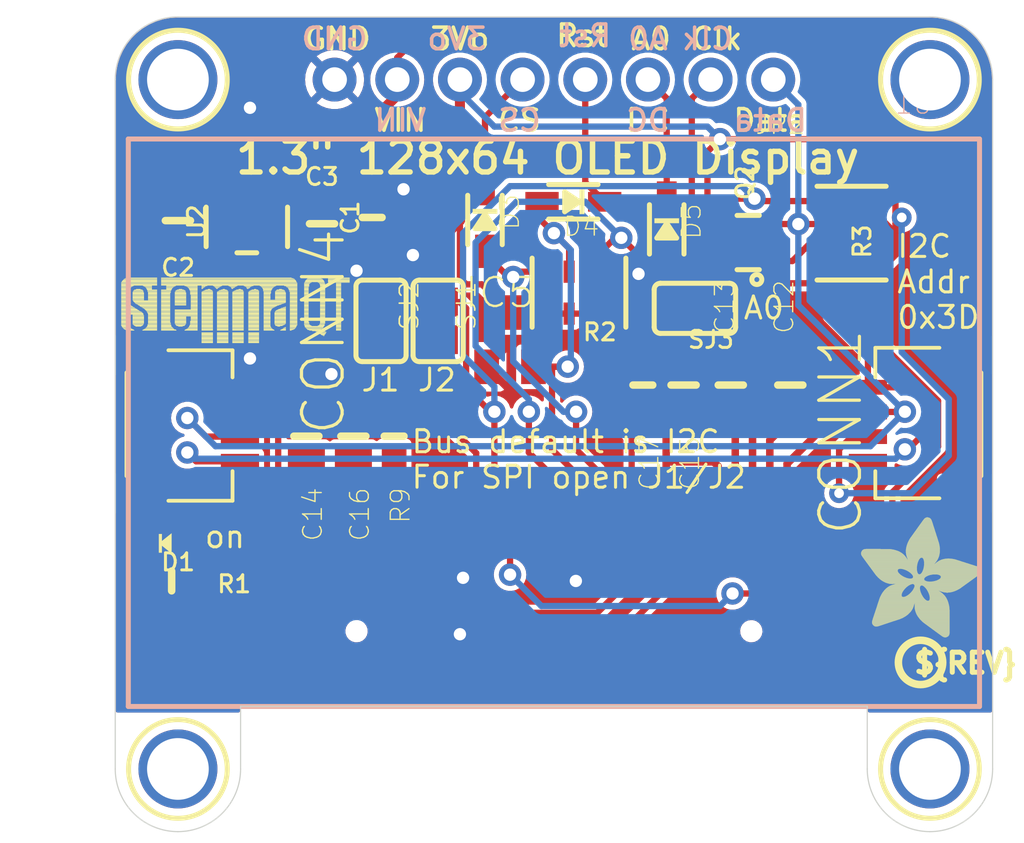
<source format=kicad_pcb>
(kicad_pcb (version 20221018) (generator pcbnew)
  (layers (0 "F.Cu" signal) (31 "B.Cu" signal) (34 "B.Paste" user) (35 "F.Paste" user) (36 "B.SilkS" user "B.Silkscreen") (37 "F.SilkS" user "F.Silkscreen") (38 "B.Mask" user) (39 "F.Mask" user) (44 "Edge.Cuts" user))
  (net 0 "")
  (net 1 "GND")
  (net 2 "SDA")
  (net 3 "SCL")
  (net 4 "3.3V")
  (net 5 "VCC")
  (net 6 "N$2")
  (net 7 "D0/SCLK/SCK_3.3V")
  (net 8 "D1/MOSI/SDA1_3.3V")
  (net 9 "N$9")
  (net 10 "CS_3.3V")
  (net 11 "RST_3.3V")
  (net 12 "DC/SA0_3.3V")
  (net 13 "CS_5.0V")
  (net 14 "RST_5.0V")
  (net 15 "DC/SA0_5.0V")
  (net 16 "N$10")
  (net 17 "N$11")
  (net 18 "N$12")
  (net 19 "N$13")
  (net 20 "N$14")
  (net 21 "N$15")
  (net 22 "N$16")
  (net 23 "N$17")
  (footprint "working:RESPACK_4X0603" (layer "F.Cu") (at 149.5171 99.6696 180)
    (fp_text reference "R2")
    (fp_text value "10K")
  )
  (footprint "working:0805-NO" (layer "F.Cu") (at 138.4681 105.4862 -90)
    (fp_text reference "C14")
    (fp_text value "10uF")
  )
  (footprint "working:JST_SH4" (layer "F.Cu") (at 133.2611 105.0036 -90)
    (fp_text reference "CONN4")
    (fp_text value "STEMMA_I2C_QT" hide)
  )
  (footprint "working:MOUNTINGHOLE_2.5_PLATED" (layer "F.Cu") (at 163.7411 91.0336)
    (fp_text reference "U$17" hide)
    (fp_text value "MOUNTINGHOLE2.5" hide)
  )
  (footprint "working:SOD-323" (layer "F.Cu") (at 153.0731 97.1042 -90)
    (fp_text reference "D5")
    (fp_text value "1N4148")
  )
  (footprint "working:SOLDERJUMPER_CLOSEDWIRE" (layer "F.Cu") (at 141.4935 100.8126 -90)
    (fp_text reference "SJ2")
    (fp_text value "")
  )
  (footprint "working:MOUNTINGHOLE_2.5_PLATED" (layer "F.Cu") (at 163.7411 118.9736)
    (fp_text reference "U$21" hide)
    (fp_text value "MOUNTINGHOLE2.5" hide)
  )
  (footprint "working:SOLDERJUMPER_CLOSEDWIRE" (layer "F.Cu") (at 143.8087 100.8126 -90)
    (fp_text reference "SJ1")
    (fp_text value "")
  )
  (footprint "working:0805-NO" (layer "F.Cu") (at 155.6695 103.4136 90)
    (fp_text reference "C13")
    (fp_text value "2.2uF")
  )
  (footprint "working:PCBFEAT-REV-040" (layer "F.Cu") (at 163.3601 114.6556)
    (fp_text reference "U$25" hide)
    (fp_text value "" hide)
  )
  (footprint "working:SOT23-5" (layer "F.Cu") (at 136.0551 97.0026 180)
    (fp_text reference "U2")
    (fp_text value "AP2112K-3.3")
  )
  (footprint "working:1X08_ROUND_70" (layer "F.Cu") (at 148.5011 91.0336 180)
    (fp_text reference "JP2")
    (fp_text value "")
  )
  (footprint "working:0805-NO" (layer "F.Cu") (at 139.1031 96.8756 90)
    (fp_text reference "C3")
    (fp_text value "10uF")
  )
  (footprint "working:RESPACK_4X0603" (layer "F.Cu") (at 160.5661 97.2566 90)
    (fp_text reference "R3")
    (fp_text value "10K")
  )
  (footprint "working:MOUNTINGHOLE_2.5_PLATED" (layer "F.Cu") (at 133.2611 91.0336)
    (fp_text reference "U$1" hide)
    (fp_text value "MOUNTINGHOLE2.5" hide)
  )
  (footprint "working:SOT23" (layer "F.Cu") (at 146.7231 101.5746)
    (fp_text reference "IC5")
    (fp_text value "APX803")
  )
  (footprint "working:0805-NO" (layer "F.Cu") (at 133.2611 96.7486 -90)
    (fp_text reference "C2")
    (fp_text value "10uF")
  )
  (footprint "working:0603-NO" (layer "F.Cu") (at 133.0071 111.3536)
    (fp_text reference "R1")
    (fp_text value "10K")
  )
  (footprint "working:FIDUCIAL_1MM" (layer "F.Cu") (at 164.5031 95.6945)
    (fp_text reference "FID4" hide)
    (fp_text value "FIDUCIAL_1MM" hide)
  )
  (footprint "working:0603-NO" (layer "F.Cu") (at 141.1351 96.6216 90)
    (fp_text reference "C1")
    (fp_text value "0.1uF")
  )
  (footprint "working:0603-NO" (layer "F.Cu") (at 152.1055 103.4136 -90)
    (fp_text reference "C17")
    (fp_text value "1uF")
  )
  (footprint "working:SOT363" (layer "F.Cu") (at 156.3751 97.6376 90)
    (fp_text reference "Q2")
    (fp_text value "BSS138")
  )
  (footprint "working:0805-NO" (layer "F.Cu") (at 140.3731 105.4862 -90)
    (fp_text reference "C16")
    (fp_text value "10uF")
  )
  (footprint "working:ADAFRUIT_5MM" (layer "F.Cu") (at 160.9471 113.6396)
    (fp_text reference "U$8" hide)
    (fp_text value "" hide)
  )
  (footprint "working:CHIPLED_0603_NOOUTLINE" (layer "F.Cu") (at 132.7531 109.8296 90)
    (fp_text reference "D1")
    (fp_text value "GREEN")
  )
  (footprint "working:SOLDERJUMPER_ARROW_NOPASTE" (layer "F.Cu") (at 154.2161 100.3046 180)
    (fp_text reference "SJ3")
    (fp_text value "")
  )
  (footprint "working:MOUNTINGHOLE_2.5_PLATED" (layer "F.Cu") (at 133.2611 118.9736)
    (fp_text reference "U$19" hide)
    (fp_text value "MOUNTINGHOLE2.5" hide)
  )
  (footprint "working:SOD-323" (layer "F.Cu") (at 145.7071 96.7232 -90)
    (fp_text reference "D3")
    (fp_text value "1N4148")
  )
  (footprint "working:0603-NO" (layer "F.Cu") (at 142.0241 105.4862 -90)
    (fp_text reference "R9")
    (fp_text value "390K")
  )
  (footprint "working:0805-NO" (layer "F.Cu") (at 158.0825 103.4136 90)
    (fp_text reference "C12")
    (fp_text value "2.2uF")
  )
  (footprint "working:FIDUCIAL_1MM" (layer "F.Cu") (at 133.0071 113.5761)
    (fp_text reference "FID3" hide)
    (fp_text value "FIDUCIAL_1MM" hide)
  )
  (footprint "working:JST_SH4" (layer "F.Cu") (at 163.7411 105.0036 90)
    (fp_text reference "CONN1")
    (fp_text value "STEMMA_I2C_QT" hide)
  )
  (footprint "working:0805-NO" (layer "F.Cu") (at 153.7565 103.4136 -90)
    (fp_text reference "C15")
    (fp_text value "10uF")
  )
  (footprint "working:SOD-323" (layer "F.Cu") (at 149.2885 95.9866 180)
    (fp_text reference "D4")
    (fp_text value "1N4148")
  )
  (footprint "working:STEMMAQT" (layer "F.Cu") (at 130.9751 101.7016)
    (fp_text reference "U$31" hide)
    (fp_text value "" hide)
  )
  (footprint "working:UG-2864HSWEG01_1.3_WRAPAROUND" (layer "B.Cu") (at 148.5011 108.9406 180)
    (fp_text reference "U1")
    (fp_text value "UG-2864HSWEG01")
  )
  (gr_arc (start 166.2811 118.9736) (mid 165.537151 120.769651) (end 163.7411 121.5136) (stroke (width 0.05)) (layer "Edge.Cuts"))
  (gr_line (start 130.7211 91.0336) (end 130.7211 118.9736) (stroke (width 0.05)) (layer "Edge.Cuts"))
  (gr_arc (start 133.2611 121.5136) (mid 131.465049 120.769651) (end 130.7211 118.9736) (stroke (width 0.05)) (layer "Edge.Cuts"))
  (gr_arc (start 163.7411 121.5136) (mid 161.945049 120.769651) (end 161.2011 118.9736) (stroke (width 0.05)) (layer "Edge.Cuts"))
  (gr_line (start 161.2011 116.4336) (end 161.2011 118.9736) (stroke (width 0.05)) (layer "Edge.Cuts"))
  (gr_arc (start 163.7411 88.4936) (mid 165.537151 89.237549) (end 166.2811 91.0336) (stroke (width 0.05)) (layer "Edge.Cuts"))
  (gr_line (start 135.8011 118.9736) (end 135.8011 116.4336) (stroke (width 0.05)) (layer "Edge.Cuts"))
  (gr_line (start 166.2811 118.9736) (end 166.2811 91.0336) (stroke (width 0.05)) (layer "Edge.Cuts"))
  (gr_arc (start 130.7211 91.0336) (mid 131.465049 89.237549) (end 133.2611 88.4936) (stroke (width 0.05)) (layer "Edge.Cuts"))
  (gr_line (start 135.8011 116.4336) (end 161.2011 116.4336) (stroke (width 0.05)) (layer "Edge.Cuts"))
  (gr_line (start 163.7411 88.4936) (end 133.2611 88.4936) (stroke (width 0.05)) (layer "Edge.Cuts"))
  (gr_arc (start 135.8011 118.9736) (mid 135.057151 120.769651) (end 133.2611 121.5136) (stroke (width 0.05)) (layer "Edge.Cuts"))
  (gr_text "VIN" (at 142.2781 92.6846) (layer "B.SilkS") (effects (font (size 0.87376 0.87376) (thickness 0.14224)) (justify mirror)))
  (gr_text "Rst" (at 149.7711 89.2556) (layer "B.SilkS") (effects (font (size 0.87376 0.87376) (thickness 0.14224)) (justify mirror)))
  (gr_text "A0" (at 152.3111 89.3826) (layer "B.SilkS") (effects (font (size 0.87376 0.87376) (thickness 0.14224)) (justify mirror)))
  (gr_text "Data" (at 157.2641 92.6846) (layer "B.SilkS") (effects (font (size 0.87376 0.87376) (thickness 0.14224)) (justify mirror)))
  (gr_text "Clk" (at 154.7241 89.3826) (layer "B.SilkS") (effects (font (size 0.87376 0.87376) (thickness 0.14224)) (justify mirror)))
  (gr_text "DC" (at 152.3111 92.6846) (layer "B.SilkS") (effects (font (size 0.87376 0.87376) (thickness 0.14224)) (justify mirror)))
  (gr_text "3Vo" (at 144.5641 89.3826) (layer "B.SilkS") (effects (font (size 0.87376 0.87376) (thickness 0.14224)) (justify mirror)))
  (gr_text "GND" (at 139.6111 89.3826) (layer "B.SilkS") (effects (font (size 0.87376 0.87376) (thickness 0.14224)) (justify mirror)))
  (gr_text "CS" (at 147.1041 92.6846) (layer "B.SilkS") (effects (font (size 0.87376 0.87376) (thickness 0.14224)) (justify mirror)))
  (gr_text "J2" (at 142.9131 103.7336) (layer "F.SilkS") (effects (font (size 0.89408 0.89408) (thickness 0.12192)) (justify left bottom)))
  (gr_text "Clk" (at 155.1051 89.3826) (layer "F.SilkS") (effects (font (size 0.87376 0.87376) (thickness 0.14224))))
  (gr_text "A0" (at 156.1211 100.8126) (layer "F.SilkS") (effects (font (size 0.89408 0.89408) (thickness 0.12192)) (justify left bottom)))
  (gr_text "1.3\" 128x64 OLED Display" (at 148.2471 94.2086) (layer "F.SilkS") (effects (font (size 1.25222 1.25222) (thickness 0.22098))))
  (gr_text "CS" (at 147.1041 92.6846) (layer "F.SilkS") (effects (font (size 0.87376 0.87376) (thickness 0.14224))))
  (gr_text "VIN" (at 142.2781 92.6846) (layer "F.SilkS") (effects (font (size 0.87376 0.87376) (thickness 0.14224))))
  (gr_text "DC" (at 152.3111 92.6846) (layer "F.SilkS") (effects (font (size 0.87376 0.87376) (thickness 0.14224))))
  (gr_text "J1" (at 140.6271 103.7336) (layer "F.SilkS") (effects (font (size 0.89408 0.89408) (thickness 0.12192)) (justify left bottom)))
  (gr_text "A0" (at 152.4381 89.3826) (layer "F.SilkS") (effects (font (size 0.87376 0.87376) (thickness 0.14224))))
  (gr_text "Data" (at 157.2641 92.6846) (layer "F.SilkS") (effects (font (size 0.87376 0.87376) (thickness 0.14224))))
  (gr_text "3Vo" (at 144.6911 89.3826) (layer "F.SilkS") (effects (font (size 0.87376 0.87376) (thickness 0.14224))))
  (gr_text "GND" (at 139.7381 89.3826) (layer "F.SilkS") (effects (font (size 0.87376 0.87376) (thickness 0.14224))))
  (gr_text "I2C\nAddr\n0x3D" (at 162.3441 101.1936) (layer "F.SilkS") (effects (font (size 0.89408 0.89408) (thickness 0.12192)) (justify left bottom)))
  (gr_text "on" (at 134.2771 110.0836) (layer "F.SilkS") (effects (font (size 0.89408 0.89408) (thickness 0.12192)) (justify left bottom)))
  (gr_text "Bus default is I2C\nFor SPI open J1/J2" (at 142.6591 107.6706) (layer "F.SilkS") (effects (font (size 0.89408 0.89408) (thickness 0.12192)) (justify left bottom)))
  (gr_text "Rst" (at 149.6441 89.2556) (layer "F.SilkS") (effects (font (size 0.87376 0.87376) (thickness 0.14224))))
  (via (at 136.1821 102.3366) (size 0.9064) (drill 0.5) (layers "F.Cu" "B.Cu") (net 1))
  (via (at 144.6911 113.5126) (size 0.9064) (drill 0.5) (layers "F.Cu" "B.Cu") (net 1))
  (via (at 140.5001 98.7806) (size 0.9064) (drill 0.5) (layers "F.Cu" "B.Cu") (net 1))
  (via (at 142.7861 98.1456) (size 0.9064) (drill 0.5) (layers "F.Cu" "B.Cu") (net 1))
  (via (at 139.4841 102.9716) (size 0.9064) (drill 0.5) (layers "F.Cu" "B.Cu") (net 1))
  (via (at 136.1821 92.1766) (size 0.9064) (drill 0.5) (layers "F.Cu" "B.Cu") (net 1))
  (via (at 142.4051 95.4786) (size 0.9064) (drill 0.5) (layers "F.Cu" "B.Cu") (net 1))
  (via (at 149.3901 111.3536) (size 0.9064) (drill 0.5) (layers "F.Cu" "B.Cu") (net 1))
  (via (at 144.8181 111.2266) (size 0.9064) (drill 0.5) (layers "F.Cu" "B.Cu") (net 1))
  (via (at 151.9301 98.9076) (size 0.9064) (drill 0.5) (layers "F.Cu" "B.Cu") (net 1))
  (segment (start 162.7171 104.5036) (end 162.7251 104.4956) (width 0.254) (layer "F.Cu") (net 2))
  (segment (start 159.6851 96.8876) (end 159.7161 96.8566) (width 0.254) (layer "F.Cu") (net 2))
  (segment (start 134.3961 105.5036) (end 133.6421 104.7496) (width 0.254) (layer "F.Cu") (net 2))
  (segment (start 158.4071 96.8876) (end 157.2751 96.8876) (width 0.254) (layer "F.Cu") (net 2))
  (segment (start 135.7751 105.5036) (end 134.3961 105.5036) (width 0.254) (layer "F.Cu") (net 2))
  (segment (start 158.4071 96.8876) (end 159.6851 96.8876) (width 0.254) (layer "F.Cu") (net 2))
  (segment (start 161.2271 104.5036) (end 162.7171 104.5036) (width 0.254) (layer "F.Cu") (net 2))
  (via (at 133.6421 104.7496) (size 0.9064) (drill 0.5) (layers "F.Cu" "B.Cu") (net 2))
  (via (at 158.4071 96.8876) (size 0.9064) (drill 0.5) (layers "F.Cu" "B.Cu") (net 2))
  (via (at 162.7251 104.4956) (size 0.9064) (drill 0.5) (layers "F.Cu" "B.Cu") (net 2))
  (segment (start 162.7251 104.4956) (end 158.4071 100.1776) (width 0.254) (layer "B.Cu") (net 2))
  (segment (start 158.4071 92.0496) (end 157.3911 91.0336) (width 0.254) (layer "B.Cu") (net 2))
  (segment (start 134.7851 105.8926) (end 161.3281 105.8926) (width 0.254) (layer "B.Cu") (net 2))
  (segment (start 161.3281 105.8926) (end 162.7251 104.4956) (width 0.254) (layer "B.Cu") (net 2))
  (segment (start 158.4071 96.8876) (end 158.4071 92.0496) (width 0.254) (layer "B.Cu") (net 2))
  (segment (start 133.6421 104.7496) (end 134.7851 105.8926) (width 0.254) (layer "B.Cu") (net 2))
  (segment (start 158.4071 100.1776) (end 158.4071 96.8876) (width 0.254) (layer "B.Cu") (net 2))
  (segment (start 155.4751 98.5156) (end 155.4751 98.3876) (width 0.254) (layer "F.Cu") (net 3))
  (segment (start 163.6141 105.2576) (end 163.6141 104.2416) (width 0.254) (layer "F.Cu") (net 3))
  (segment (start 163.6141 104.2416) (end 162.8761 103.5036) (width 0.254) (layer "F.Cu") (net 3))
  (segment (start 135.7751 106.5036) (end 133.9991 106.5036) (width 0.254) (layer "F.Cu") (net 3))
  (segment (start 161.2271 102.1066) (end 159.7161 100.5956) (width 0.254) (layer "F.Cu") (net 3))
  (segment (start 156.2481 99.2886) (end 158.9841 99.2886) (width 0.254) (layer "F.Cu") (net 3))
  (segment (start 159.7161 98.5566) (end 159.7161 100.5956) (width 0.254) (layer "F.Cu") (net 3))
  (segment (start 154.0891 91.7956) (end 154.8511 91.0336) (width 0.254) (layer "F.Cu") (net 3))
  (segment (start 163.6141 105.2576) (end 162.7886 106.0831) (width 0.254) (layer "F.Cu") (net 3))
  (segment (start 133.9991 106.5036) (end 133.6421 106.1466) (width 0.254) (layer "F.Cu") (net 3))
  (segment (start 158.9841 99.2886) (end 159.7161 98.5566) (width 0.254) (layer "F.Cu") (net 3))
  (segment (start 155.4751 98.3876) (end 154.8391 98.3876) (width 0.254) (layer "F.Cu") (net 3))
  (segment (start 162.8761 103.5036) (end 161.2271 103.5036) (width 0.254) (layer "F.Cu") (net 3))
  (segment (start 156.2481 99.2886) (end 155.4751 98.5156) (width 0.254) (layer "F.Cu") (net 3))
  (segment (start 154.8391 98.3876) (end 154.0891 97.6376) (width 0.254) (layer "F.Cu") (net 3))
  (segment (start 162.7251 106.0196) (end 162.7886 106.0831) (width 0.254) (layer "F.Cu") (net 3))
  (segment (start 161.2271 102.1066) (end 161.2271 103.5036) (width 0.254) (layer "F.Cu") (net 3))
  (segment (start 154.0891 97.6376) (end 154.0891 91.7956) (width 0.254) (layer "F.Cu") (net 3))
  (via (at 162.7251 106.0196) (size 0.9064) (drill 0.5) (layers "F.Cu" "B.Cu") (net 3))
  (via (at 133.6421 106.1466) (size 0.9064) (drill 0.5) (layers "F.Cu" "B.Cu") (net 3))
  (segment (start 162.3441 106.4006) (end 162.7251 106.0196) (width 0.254) (layer "B.Cu") (net 3))
  (segment (start 133.6421 106.1466) (end 133.8961 106.4006) (width 0.254) (layer "B.Cu") (net 3))
  (segment (start 162.3441 106.4006) (end 133.8961 106.4006) (width 0.254) (layer "B.Cu") (net 3))
  (segment (start 139.1031 97.8256) (end 138.626 98.3027) (width 0.4064) (layer "F.Cu") (net 4))
  (segment (start 155.1511 106.7006) (end 154.9781 106.5276) (width 0.3048) (layer "F.Cu") (net 4))
  (segment (start 139.3571 97.4716) (end 139.1031 97.7256) (width 0.4064) (layer "F.Cu") (net 4))
  (segment (start 144.6911 96.6216) (end 144.6911 96.7486) (width 0.4064) (layer "F.Cu") (net 4))
  (segment (start 144.9451 99.3316) (end 144.6911 99.0776) (width 0.254) (layer "F.Cu") (net 4))
  (segment (start 154.7241 97.2566) (end 154.7241 93.9546) (width 0.254) (layer "F.Cu") (net 4))
  (segment (start 141.3891 97.4716) (end 141.3891 97.0906) (width 0.4064) (layer "F.Cu") (net 4))
  (segment (start 151.8031 101.3206) (end 151.8031 100.0506) (width 0.254) (layer "F.Cu") (net 4))
  (segment (start 144.6911 99.0776) (end 144.6911 96.6216) (width 0.254) (layer "F.Cu") (net 4))
  (segment (start 150.0823 99.7394) (end 149.8981 99.9236) (width 0.254) (layer "F.Cu") (net 4))
  (segment (start 141.1351 97.4716) (end 139.3571 97.4716) (width 0.4064) (layer "F.Cu") (net 4))
  (segment (start 145.5801 99.3316) (end 144.9451 99.3316) (width 0.254) (layer "F.Cu") (net 4))
  (segment (start 153.0511 108.8136) (end 153.0511 106.5276) (width 0.3048) (layer "F.Cu") (net 4))
  (segment (start 133.5031 109.8296) (end 134.7851 109.8296) (width 0.254) (layer "F.Cu") (net 4))
  (segment (start 148.2171 100.5196) (end 146.7681 100.5196) (width 0.254) (layer "F.Cu") (net 4))
  (segment (start 141.3891 97.4716) (end 141.1351 97.4716) (width 0.4064) (layer "F.Cu") (net 4))
  (segment (start 146.7681 100.5196) (end 146.7231 100.4746) (width 0.254) (layer "F.Cu") (net 4))
  (segment (start 144.3491 97.0906) (end 141.3891 97.0906) (width 0.4064) (layer "F.Cu") (net 4))
  (segment (start 153.0511 106.5276) (end 153.0511 104.869) (width 0.3048) (layer "F.Cu") (net 4))
  (segment (start 150.1521 114.5286) (end 153.0511 111.6296) (width 0.254) (layer "F.Cu") (net 4))
  (segment (start 161.4161 95.9566) (end 158.9061 93.4466) (width 0.254) (layer "F.Cu") (net 4))
  (segment (start 160.9661 97.6566) (end 160.5661 97.2566) (width 0.254) (layer "F.Cu") (net 4))
  (segment (start 157.2751 97.6376) (end 155.4751 97.6376) (width 0.254) (layer "F.Cu") (net 4))
  (segment (start 153.6565 104.2636) (end 153.7565 104.3636) (width 0.4064) (layer "F.Cu") (net 4))
  (segment (start 152.1055 104.2636) (end 153.6565 104.2636) (width 0.4064) (layer "F.Cu") (net 4))
  (segment (start 144.6911 91.0336) (end 144.6911 96.6216) (width 0.4064) (layer "F.Cu") (net 4))
  (segment (start 154.9781 106.5276) (end 153.0511 106.5276) (width 0.3048) (layer "F.Cu") (net 4))
  (segment (start 149.9171 100.5196) (end 149.8981 100.5196) (width 0.254) (layer "F.Cu") (net 4))
  (segment (start 155.4751 97.6376) (end 155.1051 97.6376) (width 0.254) (layer "F.Cu") (net 4))
  (segment (start 151.1681 101.9556) (end 151.8031 101.3206) (width 0.254) (layer "F.Cu") (net 4))
  (segment (start 155.1051 97.6376) (end 154.7241 97.2566) (width 0.254) (layer "F.Cu") (net 4))
  (segment (start 149.8981 99.9236) (end 149.8981 100.5196) (width 0.254) (layer "F.Cu") (net 4))
  (segment (start 151.1681 104.1146) (end 151.1681 101.9556) (width 0.254) (layer "F.Cu") (net 4))
  (segment (start 149.1171 100.5196) (end 148.2171 100.5196) (width 0.254) (layer "F.Cu") (net 4))
  (segment (start 153.0511 111.6296) (end 153.0511 108.8136) (width 0.254) (layer "F.Cu") (net 4))
  (segment (start 138.626 98.3027) (end 137.0051 98.3027) (width 0.4064) (layer "F.Cu") (net 4))
  (segment (start 154.7241 93.9546) (end 155.2321 93.4466) (width 0.254) (layer "F.Cu") (net 4))
  (segment (start 141.3891 99.9462) (end 141.3891 97.4716) (width 0.4064) (layer "F.Cu") (net 4))
  (segment (start 161.4161 97.6566) (end 160.9661 97.6566) (width 0.254) (layer "F.Cu") (net 4))
  (segment (start 153.0511 109.1406) (end 153.0511 108.8136) (width 0.3048) (layer "F.Cu") (net 4))
  (segment (start 158.9061 93.4466) (end 155.2321 93.4466) (width 0.254) (layer "F.Cu") (net 4))
  (segment (start 160.9771 95.9566) (end 161.4161 95.9566) (width 0.254) (layer "F.Cu") (net 4))
  (segment (start 151.4919 99.7394) (end 150.0823 99.7394) (width 0.254) (layer "F.Cu") (net 4))
  (segment (start 146.7231 100.4746) (end 145.5801 99.3316) (width 0.254) (layer "F.Cu") (net 4))
  (segment (start 139.1031 97.7256) (end 139.1031 97.8256) (width 0.4064) (layer "F.Cu") (net 4))
  (segment (start 141.4935 100.0506) (end 141.3891 99.9462) (width 0.4064) (layer "F.Cu") (net 4))
  (segment (start 139.4841 114.5286) (end 150.1521 114.5286) (width 0.254) (layer "F.Cu") (net 4))
  (segment (start 149.8981 100.5196) (end 149.1171 100.5196) (width 0.254) (layer "F.Cu") (net 4))
  (segment (start 144.6911 96.7486) (end 144.3491 97.0906) (width 0.4064) (layer "F.Cu") (net 4))
  (segment (start 151.8031 100.0506) (end 151.4919 99.7394) (width 0.254) (layer "F.Cu") (net 4))
  (segment (start 151.3171 104.2636) (end 151.1681 104.1146) (width 0.254) (layer "F.Cu") (net 4))
  (segment (start 153.0511 104.869) (end 153.6565 104.2636) (width 0.3048) (layer "F.Cu") (net 4))
  (segment (start 134.7851 109.8296) (end 139.4841 114.5286) (width 0.254) (layer "F.Cu") (net 4))
  (segment (start 160.5661 97.2566) (end 160.5661 96.3676) (width 0.254) (layer "F.Cu") (net 4))
  (segment (start 155.1511 109.1406) (end 155.1511 106.7006) (width 0.3048) (layer "F.Cu") (net 4))
  (segment (start 152.1055 104.2636) (end 151.3171 104.2636) (width 0.254) (layer "F.Cu") (net 4))
  (segment (start 160.5661 96.3676) (end 160.9771 95.9566) (width 0.254) (layer "F.Cu") (net 4))
  (via (at 155.2321 93.4466) (size 0.9064) (drill 0.5) (layers "F.Cu" "B.Cu") (net 4))
  (segment (start 146.0881 92.9386) (end 144.6911 91.5416) (width 0.254) (layer "B.Cu") (net 4))
  (segment (start 154.7241 92.9386) (end 146.0881 92.9386) (width 0.254) (layer "B.Cu") (net 4))
  (segment (start 155.2321 93.4466) (end 154.7241 92.9386) (width 0.254) (layer "B.Cu") (net 4))
  (segment (start 144.6911 91.5416) (end 144.6911 91.0336) (width 0.254) (layer "B.Cu") (net 4))
  (segment (start 131.9911 98.7806) (end 133.8961 100.6856) (width 0.4064) (layer "F.Cu") (net 5))
  (segment (start 135.1051 95.7025) (end 133.3572 95.7025) (width 0.4064) (layer "F.Cu") (net 5))
  (segment (start 131.9911 96.2406) (end 132.4331 95.7986) (width 0.4064) (layer "F.Cu") (net 5))
  (segment (start 161.4161 96.8566) (end 161.9441 96.8566) (width 0.254) (layer "F.Cu") (net 5))
  (segment (start 137.0051 93.8936) (end 137.5791 93.3196) (width 0.4064) (layer "F.Cu") (net 5))
  (segment (start 160.5741 105.5036) (end 161.2271 105.5036) (width 0.254) (layer "F.Cu") (net 5))
  (segment (start 135.4201 96.7486) (end 136.5631 96.7486) (width 0.4064) (layer "F.Cu") (net 5))
  (segment (start 137.0051 96.3066) (end 137.0051 95.7025) (width 0.4064) (layer "F.Cu") (net 5))
  (segment (start 142.1511 91.0336) (end 142.1511 90.1446) (width 0.254) (layer "F.Cu") (net 5))
  (segment (start 135.1051 95.7025) (end 135.1051 96.4336) (width 0.4064) (layer "F.Cu") (net 5))
  (segment (start 162.3441 97.2566) (end 162.3441 98.1456) (width 0.254) (layer "F.Cu") (net 5))
  (segment (start 158.0261 89.7636) (end 162.3441 94.0816) (width 0.254) (layer "F.Cu") (net 5))
  (segment (start 161.9441 96.8566) (end 162.3441 97.2566) (width 0.254) (layer "F.Cu") (net 5))
  (segment (start 137.0051 95.7025) (end 137.0051 93.8936) (width 0.4064) (layer "F.Cu") (net 5))
  (segment (start 131.9911 96.2406) (end 131.9911 98.7806) (width 0.4064) (layer "F.Cu") (net 5))
  (segment (start 142.1511 91.6686) (end 142.1511 91.0336) (width 0.4064) (layer "F.Cu") (net 5))
  (segment (start 135.1051 96.4336) (end 135.4201 96.7486) (width 0.4064) (layer "F.Cu") (net 5))
  (segment (start 162.4711 96.7486) (end 162.5981 96.6216) (width 0.254) (layer "F.Cu") (net 5))
  (segment (start 162.3441 96.8756) (end 162.4711 96.7486) (width 0.254) (layer "F.Cu") (net 5))
  (segment (start 161.9331 98.5566) (end 161.4161 98.5566) (width 0.254) (layer "F.Cu") (net 5))
  (segment (start 160.0581 106.0196) (end 160.5741 105.5036) (width 0.254) (layer "F.Cu") (net 5))
  (segment (start 136.5631 96.7486) (end 137.0051 96.3066) (width 0.4064) (layer "F.Cu") (net 5))
  (segment (start 162.3441 98.1456) (end 161.9331 98.5566) (width 0.254) (layer "F.Cu") (net 5))
  (segment (start 133.2611 95.7986) (end 133.3572 95.7025) (width 0.4064) (layer "F.Cu") (net 5))
  (segment (start 162.3441 97.2566) (end 162.3441 96.8756) (width 0.254) (layer "F.Cu") (net 5))
  (segment (start 142.5321 89.7636) (end 158.0261 89.7636) (width 0.254) (layer "F.Cu") (net 5))
  (segment (start 132.4331 95.7986) (end 133.2611 95.7986) (width 0.4064) (layer "F.Cu") (net 5))
  (segment (start 142.1511 90.1446) (end 142.5321 89.7636) (width 0.254) (layer "F.Cu") (net 5))
  (segment (start 140.5001 93.3196) (end 142.1511 91.6686) (width 0.4064) (layer "F.Cu") (net 5))
  (segment (start 162.4711 96.7486) (end 162.3441 96.7486) (width 0.254) (layer "F.Cu") (net 5))
  (segment (start 133.8961 100.6856) (end 133.8961 103.7336) (width 0.4064) (layer "F.Cu") (net 5))
  (segment (start 137.5791 93.3196) (end 140.5001 93.3196) (width 0.4064) (layer "F.Cu") (net 5))
  (segment (start 160.0581 107.7976) (end 160.0581 106.0196) (width 0.254) (layer "F.Cu") (net 5))
  (segment (start 133.8961 103.7336) (end 134.6661 104.5036) (width 0.4064) (layer "F.Cu") (net 5))
  (segment (start 134.6661 104.5036) (end 135.7751 104.5036) (width 0.4064) (layer "F.Cu") (net 5))
  (segment (start 162.3441 94.0816) (end 162.3441 96.7486) (width 0.254) (layer "F.Cu") (net 5))
  (via (at 162.5981 96.6216) (size 0.8001) (drill 0.3937) (layers "F.Cu" "B.Cu") (net 5))
  (via (at 160.0581 107.7976) (size 0.8001) (drill 0.3937) (layers "F.Cu" "B.Cu") (net 5))
  (segment (start 164.5031 103.9876) (end 164.5031 106.2736) (width 0.254) (layer "B.Cu") (net 5))
  (segment (start 162.5981 96.6216) (end 162.5981 102.0826) (width 0.254) (layer "B.Cu") (net 5))
  (segment (start 162.9791 107.7976) (end 160.0581 107.7976) (width 0.254) (layer "B.Cu") (net 5))
  (segment (start 164.5031 106.2736) (end 162.9791 107.7976) (width 0.254) (layer "B.Cu") (net 5))
  (segment (start 162.5981 102.0826) (end 164.5031 103.9876) (width 0.254) (layer "B.Cu") (net 5))
  (segment (start 132.1571 111.3536) (end 132.0031 111.1996) (width 0.254) (layer "F.Cu") (net 6))
  (segment (start 132.0031 111.1996) (end 132.0031 109.8296) (width 0.254) (layer "F.Cu") (net 6))
  (segment (start 160.6359 98.334425) (end 160.6359 100.616819) (width 0.254) (layer "F.Cu") (net 7))
  (segment (start 162.2171 107.7625) (end 162.2171 108.6866) (width 0.254) (layer "F.Cu") (net 7))
  (segment (start 159.7161 97.6566) (end 159.958075 97.6566) (width 0.254) (layer "F.Cu") (net 7))
  (segment (start 158.9151 97.6376) (end 159.6971 97.6376) (width 0.254) (layer "F.Cu") (net 7))
  (segment (start 157.2751 98.3876) (end 158.1651 98.3876) (width 0.254) (layer "F.Cu") (net 7))
  (segment (start 162.2171 108.6866) (end 159.0421 111.8616) (width 0.254) (layer "F.Cu") (net 7))
  (segment (start 146.7231 111.0996) (end 146.7231 109.1686) (width 0.254) (layer "F.Cu") (net 7))
  (segment (start 159.0421 111.8616) (end 155.7401 111.8616) (width 0.254) (layer "F.Cu") (net 7))
  (segment (start 164.0713 105.9083) (end 162.2171 107.7625) (width 0.254) (layer "F.Cu") (net 7))
  (segment (start 158.1651 98.3876) (end 158.9151 97.6376) (width 0.254) (layer "F.Cu") (net 7))
  (segment (start 160.6359 100.616819) (end 164.0713 104.052219) (width 0.254) (layer "F.Cu") (net 7))
  (segment (start 159.958075 97.6566) (end 160.6359 98.334425) (width 0.254) (layer "F.Cu") (net 7))
  (segment (start 159.6971 97.6376) (end 159.7161 97.6566) (width 0.254) (layer "F.Cu") (net 7))
  (segment (start 164.0713 104.052219) (end 164.0713 105.9083) (width 0.254) (layer "F.Cu") (net 7))
  (segment (start 146.7231 109.1686) (end 146.7511 109.1406) (width 0.254) (layer "F.Cu") (net 7))
  (via (at 155.7401 111.8616) (size 0.9064) (drill 0.5) (layers "F.Cu" "B.Cu") (net 7))
  (via (at 146.7231 111.0996) (size 0.9064) (drill 0.5) (layers "F.Cu" "B.Cu") (net 7))
  (segment (start 155.2321 112.3696) (end 147.9931 112.3696) (width 0.254) (layer "B.Cu") (net 7))
  (segment (start 155.7401 111.8616) (end 155.2321 112.3696) (width 0.254) (layer "B.Cu") (net 7))
  (segment (start 147.9931 112.3696) (end 146.7231 111.0996) (width 0.254) (layer "B.Cu") (net 7))
  (segment (start 144.9429 100.3024) (end 144.9429 103.511375) (width 0.254) (layer "F.Cu") (net 8))
  (segment (start 155.4751 96.1246) (end 155.7401 95.8596) (width 0.254) (layer "F.Cu") (net 8))
  (segment (start 146.0881 109.1036) (end 146.0511 109.1406) (width 0.254) (layer "F.Cu") (net 8))
  (segment (start 146.0881 104.4956) (end 146.0881 104.656575) (width 0.254) (layer "F.Cu") (net 8))
  (segment (start 159.7161 95.9566) (end 156.7261 95.9566) (width 0.254) (layer "F.Cu") (net 8))
  (segment (start 155.4751 96.8876) (end 155.4751 96.1246) (width 0.254) (layer "F.Cu") (net 8))
  (segment (start 156.7261 95.9566) (end 156.6291 95.8596) (width 0.254) (layer "F.Cu") (net 8))
  (segment (start 146.0881 104.656575) (end 146.0881 109.1036) (width 0.254) (layer "F.Cu") (net 8))
  (segment (start 144.6911 100.0506) (end 144.9429 100.3024) (width 0.254) (layer "F.Cu") (net 8))
  (segment (start 143.8087 100.0506) (end 144.6911 100.0506) (width 0.254) (layer "F.Cu") (net 8))
  (segment (start 144.9429 103.511375) (end 146.0881 104.656575) (width 0.254) (layer "F.Cu") (net 8))
  (segment (start 155.7401 95.8596) (end 156.6291 95.8596) (width 0.254) (layer "F.Cu") (net 8))
  (via (at 156.6291 95.8596) (size 0.9064) (drill 0.5) (layers "F.Cu" "B.Cu") (net 8))
  (via (at 146.0881 104.4956) (size 0.9064) (drill 0.5) (layers "F.Cu" "B.Cu") (net 8))
  (segment (start 146.0881 103.4796) (end 146.0881 104.4956) (width 0.254) (layer "B.Cu") (net 8))
  (segment (start 156.6291 95.8596) (end 156.1211 95.3516) (width 0.254) (layer "B.Cu") (net 8))
  (segment (start 144.8181 102.2096) (end 146.0881 103.4796) (width 0.254) (layer "B.Cu") (net 8))
  (segment (start 156.1211 95.3516) (end 146.7231 95.3516) (width 0.254) (layer "B.Cu") (net 8))
  (segment (start 144.8181 97.2566) (end 144.8181 102.2096) (width 0.254) (layer "B.Cu") (net 8))
  (segment (start 146.7231 95.3516) (end 144.8181 97.2566) (width 0.254) (layer "B.Cu") (net 8))
  (segment (start 150.6901 104.5256) (end 151.6511 105.4866) (width 0.254) (layer "F.Cu") (net 9))
  (segment (start 151.6761 111.2266) (end 151.6761 109.1656) (width 0.254) (layer "F.Cu") (net 9))
  (segment (start 151.6511 105.4866) (end 151.6511 109.1406) (width 0.254) (layer "F.Cu") (net 9))
  (segment (start 150.6901 101.6626) (end 150.6901 104.5256) (width 0.254) (layer "F.Cu") (net 9))
  (segment (start 151.6761 109.1656) (end 151.6511 109.1406) (width 0.254) (layer "F.Cu") (net 9))
  (segment (start 150.8171 101.5356) (end 150.6901 101.6626) (width 0.254) (layer "F.Cu") (net 9))
  (segment (start 139.2515 112.645) (end 150.2577 112.645) (width 0.254) (layer "F.Cu") (net 9))
  (segment (start 150.2577 112.645) (end 151.6761 111.2266) (width 0.254) (layer "F.Cu") (net 9))
  (segment (start 150.8171 100.5196) (end 150.8171 101.5356) (width 0.254) (layer "F.Cu") (net 9))
  (segment (start 139.1031 101.5746) (end 137.3251 103.3526) (width 0.254) (layer "F.Cu") (net 9))
  (segment (start 137.3251 110.7186) (end 139.2515 112.645) (width 0.254) (layer "F.Cu") (net 9))
  (segment (start 137.3251 103.3526) (end 137.3251 110.7186) (width 0.254) (layer "F.Cu") (net 9))
  (segment (start 141.4935 101.5746) (end 139.1031 101.5746) (width 0.254) (layer "F.Cu") (net 9))
  (segment (start 150.2511 106.872) (end 150.2511 109.1406) (width 0.254) (layer "F.Cu") (net 10))
  (segment (start 149.3987 104.4956) (end 149.3987 106.0196) (width 0.254) (layer "F.Cu") (net 10))
  (segment (start 150.2511 106.872) (end 149.3987 106.0196) (width 0.254) (layer "F.Cu") (net 10))
  (segment (start 146.6541 99.0346) (end 145.7071 98.0876) (width 0.254) (layer "F.Cu") (net 10))
  (segment (start 147.0651 98.8196) (end 146.8501 99.0346) (width 0.254) (layer "F.Cu") (net 10))
  (segment (start 147.0651 98.8196) (end 148.2171 98.8196) (width 0.254) (layer "F.Cu") (net 10))
  (segment (start 145.7071 98.0876) (end 145.7071 97.9932) (width 0.254) (layer "F.Cu") (net 10))
  (segment (start 146.8501 99.0346) (end 146.6541 99.0346) (width 0.254) (layer "F.Cu") (net 10))
  (via (at 149.3987 104.4956) (size 0.9064) (drill 0.5) (layers "F.Cu" "B.Cu") (net 10))
  (via (at 146.8501 99.0346) (size 0.9064) (drill 0.5) (layers "F.Cu" "B.Cu") (net 10))
  (segment (start 149.3987 104.4956) (end 148.8907 104.4956) (width 0.254) (layer "B.Cu") (net 10))
  (segment (start 148.8907 104.4956) (end 146.8501 102.455) (width 0.254) (layer "B.Cu") (net 10))
  (segment (start 146.8501 99.0346) (end 146.8501 102.455) (width 0.254) (layer "B.Cu") (net 10))
  (segment (start 148.42435 102.66735) (end 148.42435 106.02615) (width 0.254) (layer "F.Cu") (net 11))
  (segment (start 147.6731 102.6746) (end 149.0521 102.6746) (width 0.254) (layer "F.Cu") (net 11))
  (segment (start 149.0521 102.6746) (end 149.05935 102.66735) (width 0.254) (layer "F.Cu") (net 11))
  (segment (start 148.42435 102.66735) (end 149.05935 102.66735) (width 0.254) (layer "F.Cu") (net 11))
  (segment (start 148.0185 95.9866) (end 148.0185 96.774) (width 0.254) (layer "F.Cu") (net 11))
  (segment (start 148.5011 97.2566) (end 149.1171 97.8726) (width 0.254) (layer "F.Cu") (net 11))
  (segment (start 149.1171 97.8726) (end 149.1171 98.8196) (width 0.254) (layer "F.Cu") (net 11))
  (segment (start 148.5011 97.2566) (end 148.0185 96.774) (width 0.254) (layer "F.Cu") (net 11))
  (segment (start 149.5511 109.1406) (end 149.5511 107.1529) (width 0.254) (layer "F.Cu") (net 11))
  (segment (start 149.5511 107.1529) (end 148.42435 106.02615) (width 0.254) (layer "F.Cu") (net 11))
  (via (at 149.05935 102.66735) (size 0.9064) (drill 0.5) (layers "F.Cu" "B.Cu") (net 11))
  (via (at 148.5011 97.2566) (size 0.9064) (drill 0.5) (layers "F.Cu" "B.Cu") (net 11))
  (segment (start 149.18635 102.54035) (end 149.05935 102.66735) (width 0.254) (layer "B.Cu") (net 11))
  (segment (start 149.18635 97.94185) (end 149.18635 102.54035) (width 0.254) (layer "B.Cu") (net 11))
  (segment (start 148.5011 97.2566) (end 149.18635 97.94185) (width 0.254) (layer "B.Cu") (net 11))
  (segment (start 151.7777 97.9932) (end 151.2316 97.4471) (width 0.254) (layer "F.Cu") (net 12))
  (segment (start 153.0731 98.3742) (end 152.6921 97.9932) (width 0.254) (layer "F.Cu") (net 12))
  (segment (start 149.9171 98.8196) (end 149.9171 98.5076) (width 0.254) (layer "F.Cu") (net 12))
  (segment (start 147.4851 104.4956) (end 147.4851 106.1466) (width 0.254) (layer "F.Cu") (net 12))
  (segment (start 151.2316 97.4471) (end 151.1046 97.3201) (width 0.254) (layer "F.Cu") (net 12))
  (segment (start 151.1046 97.3201) (end 149.9171 98.5076) (width 0.254) (layer "F.Cu") (net 12))
  (segment (start 153.2001 98.5012) (end 153.2001 100.3046) (width 0.254) (layer "F.Cu") (net 12))
  (segment (start 148.8511 107.5126) (end 147.4851 106.1466) (width 0.254) (layer "F.Cu") (net 12))
  (segment (start 152.6921 97.9932) (end 151.7777 97.9932) (width 0.254) (layer "F.Cu") (net 12))
  (segment (start 148.8511 107.5126) (end 148.8511 109.1406) (width 0.254) (layer "F.Cu") (net 12))
  (segment (start 153.0731 98.3742) (end 153.2001 98.5012) (width 0.254) (layer "F.Cu") (net 12))
  (via (at 147.4851 104.4956) (size 0.9064) (drill 0.5) (layers "F.Cu" "B.Cu") (net 12))
  (via (at 151.2316 97.4471) (size 0.9064) (drill 0.5) (layers "F.Cu" "B.Cu") (net 12))
  (segment (start 151.2316 97.4471) (end 149.7711 95.9866) (width 0.254) (layer "B.Cu") (net 12))
  (segment (start 147.4851 103.9876) (end 145.3261 101.8286) (width 0.254) (layer "B.Cu") (net 12))
  (segment (start 149.7711 95.9866) (end 146.9771 95.9866) (width 0.254) (layer "B.Cu") (net 12))
  (segment (start 146.9771 95.9866) (end 145.3261 97.6376) (width 0.254) (layer "B.Cu") (net 12))
  (segment (start 147.4851 103.9876) (end 147.4851 104.4956) (width 0.254) (layer "B.Cu") (net 12))
  (segment (start 145.3261 97.6376) (end 145.3261 101.8286) (width 0.254) (layer "B.Cu") (net 12))
  (segment (start 147.2311 91.0336) (end 145.7071 92.5576) (width 0.254) (layer "F.Cu") (net 13))
  (segment (start 145.7071 92.5576) (end 145.7071 95.4532) (width 0.254) (layer "F.Cu") (net 13))
  (segment (start 149.7711 91.0336) (end 149.7711 95.1992) (width 0.254) (layer "F.Cu") (net 14))
  (segment (start 149.7711 95.1992) (end 150.5585 95.9866) (width 0.254) (layer "F.Cu") (net 14))
  (segment (start 153.0731 91.7956) (end 153.0731 95.8342) (width 0.254) (layer "F.Cu") (net 15))
  (segment (start 153.0731 91.7956) (end 152.3111 91.0336) (width 0.254) (layer "F.Cu") (net 15))
  (segment (start 142.0241 106.9086) (end 142.0241 106.3362) (width 0.254) (layer "F.Cu") (net 16))
  (segment (start 141.1511 107.7816) (end 142.0241 106.9086) (width 0.254) (layer "F.Cu") (net 16))
  (segment (start 141.1511 109.1406) (end 141.1511 107.7816) (width 0.254) (layer "F.Cu") (net 16))
  (segment (start 159.1691 102.4636) (end 158.0825 102.4636) (width 0.3048) (layer "F.Cu") (net 17))
  (segment (start 157.9511 106.6026) (end 159.4231 105.1306) (width 0.3048) (layer "F.Cu") (net 17))
  (segment (start 157.9511 109.1406) (end 157.9511 106.6026) (width 0.3048) (layer "F.Cu") (net 17))
  (segment (start 159.4231 102.7176) (end 159.1691 102.4636) (width 0.3048) (layer "F.Cu") (net 17))
  (segment (start 159.4231 105.1306) (end 159.4231 102.7176) (width 0.3048) (layer "F.Cu") (net 17))
  (segment (start 157.2511 105.6516) (end 158.0825 104.8202) (width 0.3048) (layer "F.Cu") (net 18))
  (segment (start 158.0825 104.8202) (end 158.0825 104.3636) (width 0.3048) (layer "F.Cu") (net 18))
  (segment (start 157.2511 109.1406) (end 157.2511 105.6516) (width 0.3048) (layer "F.Cu") (net 18))
  (segment (start 156.5511 109.1406) (end 156.5511 105.4626) (width 0.3048) (layer "F.Cu") (net 19))
  (segment (start 156.8831 103.0986) (end 156.2481 102.4636) (width 0.3048) (layer "F.Cu") (net 19))
  (segment (start 156.8831 105.1306) (end 156.8831 103.0986) (width 0.3048) (layer "F.Cu") (net 19))
  (segment (start 156.2481 102.4636) (end 155.6695 102.4636) (width 0.3048) (layer "F.Cu") (net 19))
  (segment (start 156.5511 105.4626) (end 156.8831 105.1306) (width 0.3048) (layer "F.Cu") (net 19))
  (segment (start 155.8511 104.5452) (end 155.6695 104.3636) (width 0.3048) (layer "F.Cu") (net 20))
  (segment (start 155.8511 109.1406) (end 155.8511 104.5452) (width 0.3048) (layer "F.Cu") (net 20))
  (segment (start 139.7511 109.1406) (end 139.7511 107.9732) (width 0.254) (layer "F.Cu") (net 21))
  (segment (start 138.4681 106.6902) (end 138.4681 106.4362) (width 0.254) (layer "F.Cu") (net 21))
  (segment (start 139.7511 107.9732) (end 138.4681 106.6902) (width 0.254) (layer "F.Cu") (net 21))
  (segment (start 140.4511 106.5142) (end 140.3731 106.4362) (width 0.254) (layer "F.Cu") (net 22))
  (segment (start 140.4511 109.1406) (end 140.4511 106.5142) (width 0.254) (layer "F.Cu") (net 22))
  (segment (start 145.3511 106.1716) (end 143.8087 104.6292) (width 0.254) (layer "F.Cu") (net 23))
  (segment (start 143.8087 104.6292) (end 143.8087 101.5746) (width 0.254) (layer "F.Cu") (net 23))
  (segment (start 145.3511 109.1406) (end 145.3511 106.1716) (width 0.254) (layer "F.Cu") (net 23))
  (zone (net 1) (net_name "GND") (layer "F.Cu") (priority 6) (connect_pads (clearance 0.000001)) (min_thickness 0.127) (fill yes (thermal_gap 0.304) (thermal_bridge_width 0.304))
    (polygon (pts (xy 166.4081 116.6876) (xy 130.5941 116.6876) (xy 130.5941 88.3666) (xy 166.4081 88.3666)))
  )
  (zone (net 1) (net_name "GND") (layer "B.Cu") (priority 6) (connect_pads (clearance 0.000001)) (min_thickness 0.127) (fill yes (thermal_gap 0.304) (thermal_bridge_width 0.304))
    (polygon (pts (xy 166.4081 116.6876) (xy 130.5941 116.6876) (xy 130.5941 88.3666) (xy 166.4081 88.3666)))
  )
)
</source>
